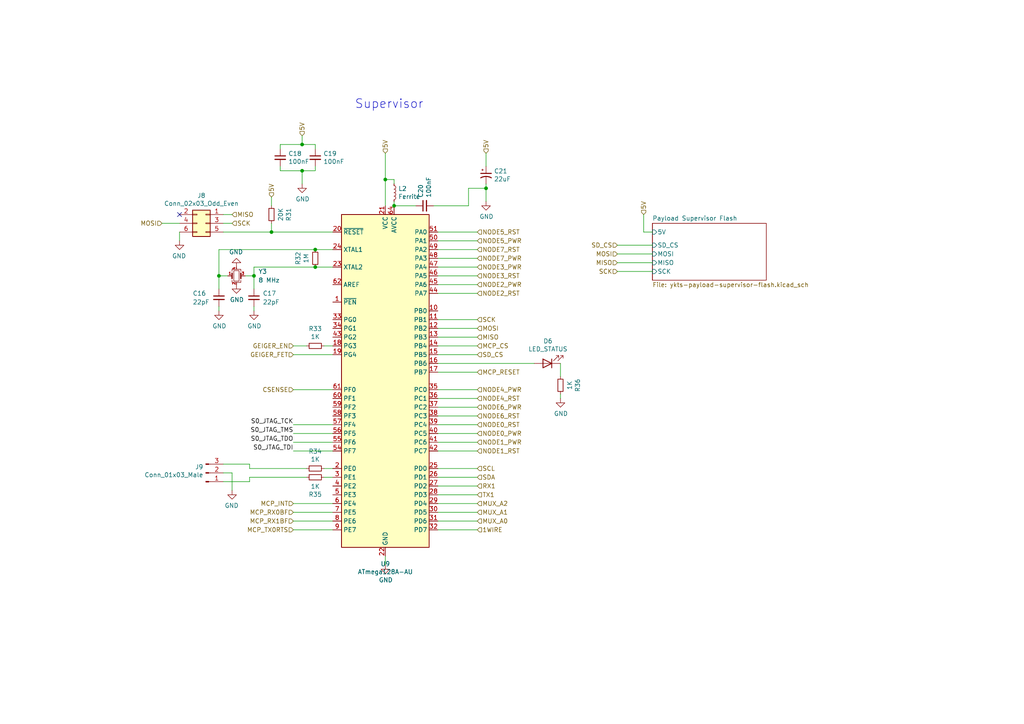
<source format=kicad_sch>
(kicad_sch (version 20211123) (generator eeschema)
  (paper "A4")
  (title_block (title "YktSat Payload Module") (date "2021-11-23") (rev "D0") (company "Sakha Aerospace Systems, LLC"))
  (lib_symbols
    (symbol "Connector:Conn_01x03_Male" (pin_names (offset 1.016) hide)
      (property "Reference" "J" (at 0 5.08 0))
      (property "Value" "Conn_01x03_Male" (at 0 -5.08 0))
      (symbol "Conn_01x03_Male_1_1"
        (polyline (pts (xy 1.27 -2.54) (xy 0.8636 -2.54)) (stroke (width 0.1524)))
        (polyline (pts (xy 1.27 0) (xy 0.8636 0)) (stroke (width 0.1524)))
        (polyline (pts (xy 1.27 2.54) (xy 0.8636 2.54)) (stroke (width 0.1524)))
        (rectangle (start 0.8636 -2.413) (end 0 -2.667) (stroke (width 0.1524)) (fill (type outline)))
        (rectangle (start 0.8636 0.127) (end 0 -0.127) (stroke (width 0.1524)) (fill (type outline)))
        (rectangle (start 0.8636 2.667) (end 0 2.413) (stroke (width 0.1524)) (fill (type outline)))
        (pin passive line (at 5.08 2.54 180) (length 3.81) (name "Pin_1") (number "1"))
        (pin passive line (at 5.08 0 180) (length 3.81) (name "Pin_2") (number "2"))
        (pin passive line (at 5.08 -2.54 180) (length 3.81) (name "Pin_3") (number "3"))
      )
    )
    (symbol "Connector_Generic:Conn_02x03_Odd_Even" (pin_names (offset 1.016) hide)
      (property "Reference" "J" (at 1.27 5.08 0))
      (property "Value" "Conn_02x03_Odd_Even" (at 1.27 -5.08 0))
      (symbol "Conn_02x03_Odd_Even_1_1"
        (rectangle (start -1.27 -2.413) (end 0 -2.667) (stroke (width 0.1524)))
        (rectangle (start -1.27 0.127) (end 0 -0.127) (stroke (width 0.1524)))
        (rectangle (start -1.27 2.667) (end 0 2.413) (stroke (width 0.1524)))
        (rectangle (start -1.27 3.81) (end 3.81 -3.81) (stroke (width 0.254)) (fill (type background)))
        (rectangle (start 3.81 -2.413) (end 2.54 -2.667) (stroke (width 0.1524)))
        (rectangle (start 3.81 0.127) (end 2.54 -0.127) (stroke (width 0.1524)))
        (rectangle (start 3.81 2.667) (end 2.54 2.413) (stroke (width 0.1524)))
        (pin passive line (at -5.08 2.54 0) (length 3.81) (name "Pin_1") (number "1"))
        (pin passive line (at 7.62 2.54 180) (length 3.81) (name "Pin_2") (number "2"))
        (pin passive line (at -5.08 0 0) (length 3.81) (name "Pin_3") (number "3"))
        (pin passive line (at 7.62 0 180) (length 3.81) (name "Pin_4") (number "4"))
        (pin passive line (at -5.08 -2.54 0) (length 3.81) (name "Pin_5") (number "5"))
        (pin passive line (at 7.62 -2.54 180) (length 3.81) (name "Pin_6") (number "6"))
      )
    )
    (symbol "Device:CP1_Small" (pin_numbers hide) (pin_names (offset 0.254) hide)
      (property "Reference" "C" (at 0.254 1.778 0))
      (property "Value" "CP1_Small" (at 0.254 -2.032 0))
      (symbol "CP1_Small_0_1"
        (polyline (pts (xy -1.524 0.508) (xy 1.524 0.508)) (stroke (width 0.3048)))
        (polyline (pts (xy -1.27 1.524) (xy -0.762 1.524)))
        (polyline (pts (xy -1.016 1.27) (xy -1.016 1.778)))
        (arc (start 1.524 -0.762) (mid 0 -0.3734) (end -1.524 -0.762) (stroke (width 0.3048)))
      )
      (symbol "CP1_Small_1_1"
        (pin passive line (at 0 2.54 270) (length 2.032) (name "~") (number "1"))
        (pin passive line (at 0 -2.54 90) (length 2.032) (name "~") (number "2"))
      )
    )
    (symbol "Device:C_Small" (pin_numbers hide) (pin_names (offset 0.254) hide)
      (property "Reference" "C" (at 0.254 1.778 0))
      (property "Value" "C_Small" (at 0.254 -2.032 0))
      (symbol "C_Small_0_1"
        (polyline (pts (xy -1.524 -0.508) (xy 1.524 -0.508)) (stroke (width 0.3302)))
        (polyline (pts (xy -1.524 0.508) (xy 1.524 0.508)) (stroke (width 0.3048)))
      )
      (symbol "C_Small_1_1"
        (pin passive line (at 0 2.54 270) (length 2.032) (name "~") (number "1"))
        (pin passive line (at 0 -2.54 90) (length 2.032) (name "~") (number "2"))
      )
    )
    (symbol "Device:Crystal_GND24_Small" (pin_names (offset 1.016) hide)
      (property "Reference" "Y" (at 1.27 4.445 0))
      (property "Value" "Crystal_GND24_Small" (at 1.27 2.54 0))
      (symbol "Crystal_GND24_Small_0_1"
        (rectangle (start -0.762 -1.524) (end 0.762 1.524))
        (polyline (pts (xy -1.27 -0.762) (xy -1.27 0.762)) (stroke (width 0.381)))
        (polyline (pts (xy 1.27 -0.762) (xy 1.27 0.762)) (stroke (width 0.381)))
        (polyline (pts (xy -1.27 -1.27) (xy -1.27 -1.905) (xy 1.27 -1.905) (xy 1.27 -1.27)))
        (polyline (pts (xy -1.27 1.27) (xy -1.27 1.905) (xy 1.27 1.905) (xy 1.27 1.27)))
      )
      (symbol "Crystal_GND24_Small_1_1"
        (pin passive line (at -2.54 0 0) (length 1.27) (name "1") (number "1"))
        (pin passive line (at 0 -2.54 90) (length 0.635) (name "2") (number "2"))
        (pin passive line (at 2.54 0 180) (length 1.27) (name "3") (number "3"))
        (pin passive line (at 0 2.54 270) (length 0.635) (name "4") (number "4"))
      )
    )
    (symbol "Device:LED" (pin_numbers hide) (pin_names (offset 1.016) hide)
      (property "Reference" "D" (at 0 2.54 0))
      (property "Value" "LED" (at 0 -2.54 0))
      (symbol "LED_0_1"
        (polyline (pts (xy -1.27 -1.27) (xy -1.27 1.27)) (stroke (width 0.254)))
        (polyline (pts (xy -1.27 0) (xy 1.27 0)))
        (polyline (pts (xy 1.27 -1.27) (xy 1.27 1.27) (xy -1.27 0) (xy 1.27 -1.27)) (stroke (width 0.254)))
        (polyline (pts (xy -3.048 -0.762) (xy -4.572 -2.286) (xy -3.81 -2.286) (xy -4.572 -2.286) (xy -4.572 -1.524)))
        (polyline (pts (xy -1.778 -0.762) (xy -3.302 -2.286) (xy -2.54 -2.286) (xy -3.302 -2.286) (xy -3.302 -1.524)))
      )
      (symbol "LED_1_1"
        (pin passive line (at -3.81 0 0) (length 2.54) (name "K") (number "1"))
        (pin passive line (at 3.81 0 180) (length 2.54) (name "A") (number "2"))
      )
    )
    (symbol "Device:L_Small" (pin_numbers hide) (pin_names (offset 0.254) hide)
      (property "Reference" "L" (at 0.762 1.016 0))
      (property "Value" "L_Small" (at 0.762 -1.016 0))
      (symbol "L_Small_0_1"
        (arc (start 0 -2.032) (mid 0.508 -1.524) (end 0 -1.016))
        (arc (start 0 -1.016) (mid 0.508 -0.508) (end 0 0))
        (arc (start 0 0) (mid 0.508 0.508) (end 0 1.016))
        (arc (start 0 1.016) (mid 0.508 1.524) (end 0 2.032))
      )
      (symbol "L_Small_1_1"
        (pin passive line (at 0 2.54 270) (length 0.508) (name "~") (number "1"))
        (pin passive line (at 0 -2.54 90) (length 0.508) (name "~") (number "2"))
      )
    )
    (symbol "Device:R_Small" (pin_numbers hide) (pin_names (offset 0.254) hide)
      (property "Reference" "R" (at 0.762 0.508 0))
      (property "Value" "R_Small" (at 0.762 -1.016 0))
      (symbol "R_Small_0_1"
        (rectangle (start -0.762 1.778) (end 0.762 -1.778) (stroke (width 0.2032)))
      )
      (symbol "R_Small_1_1"
        (pin passive line (at 0 2.54 270) (length 0.762) (name "~") (number "1"))
        (pin passive line (at 0 -2.54 90) (length 0.762) (name "~") (number "2"))
      )
    )
    (symbol "MCU_Microchip_ATmega:ATmega128A-AU"
      (property "Reference" "U" (at -12.7 49.53 0))
      (property "Value" "ATmega128A-AU" (at 2.54 -49.53 0))
      (symbol "ATmega128A-AU_0_1"
        (rectangle (start -12.7 -48.26) (end 12.7 48.26) (stroke (width 0.254)) (fill (type background)))
      )
      (symbol "ATmega128A-AU_1_1"
        (pin input line (at -15.24 22.86 0) (length 2.54) (name "~{PEN}") (number "1"))
        (pin bidirectional line (at 15.24 20.32 180) (length 2.54) (name "PB0") (number "10"))
        (pin bidirectional line (at 15.24 17.78 180) (length 2.54) (name "PB1") (number "11"))
        (pin bidirectional line (at 15.24 15.24 180) (length 2.54) (name "PB2") (number "12"))
        (pin bidirectional line (at 15.24 12.7 180) (length 2.54) (name "PB3") (number "13"))
        (pin bidirectional line (at 15.24 10.16 180) (length 2.54) (name "PB4") (number "14"))
        (pin bidirectional line (at 15.24 7.62 180) (length 2.54) (name "PB5") (number "15"))
        (pin bidirectional line (at 15.24 5.08 180) (length 2.54) (name "PB6") (number "16"))
        (pin bidirectional line (at 15.24 2.54 180) (length 2.54) (name "PB7") (number "17"))
        (pin bidirectional line (at -15.24 10.16 0) (length 2.54) (name "PG3") (number "18"))
        (pin bidirectional line (at -15.24 7.62 0) (length 2.54) (name "PG4") (number "19"))
        (pin bidirectional line (at -15.24 -25.4 0) (length 2.54) (name "PE0") (number "2"))
        (pin input line (at -15.24 43.18 0) (length 2.54) (name "~{RESET}") (number "20"))
        (pin power_in line (at 0 50.8 270) (length 2.54) (name "VCC") (number "21"))
        (pin power_in line (at 0 -50.8 90) (length 2.54) (name "GND") (number "22"))
        (pin output line (at -15.24 33.02 0) (length 2.54) (name "XTAL2") (number "23"))
        (pin input line (at -15.24 38.1 0) (length 2.54) (name "XTAL1") (number "24"))
        (pin bidirectional line (at 15.24 -25.4 180) (length 2.54) (name "PD0") (number "25"))
        (pin bidirectional line (at 15.24 -27.94 180) (length 2.54) (name "PD1") (number "26"))
        (pin bidirectional line (at 15.24 -30.48 180) (length 2.54) (name "PD2") (number "27"))
        (pin bidirectional line (at 15.24 -33.02 180) (length 2.54) (name "PD3") (number "28"))
        (pin bidirectional line (at 15.24 -35.56 180) (length 2.54) (name "PD4") (number "29"))
        (pin bidirectional line (at -15.24 -27.94 0) (length 2.54) (name "PE1") (number "3"))
        (pin bidirectional line (at 15.24 -38.1 180) (length 2.54) (name "PD5") (number "30"))
        (pin bidirectional line (at 15.24 -40.64 180) (length 2.54) (name "PD6") (number "31"))
        (pin bidirectional line (at 15.24 -43.18 180) (length 2.54) (name "PD7") (number "32"))
        (pin bidirectional line (at -15.24 17.78 0) (length 2.54) (name "PG0") (number "33"))
        (pin bidirectional line (at -15.24 15.24 0) (length 2.54) (name "PG1") (number "34"))
        (pin bidirectional line (at 15.24 -2.54 180) (length 2.54) (name "PC0") (number "35"))
        (pin bidirectional line (at 15.24 -5.08 180) (length 2.54) (name "PC1") (number "36"))
        (pin bidirectional line (at 15.24 -7.62 180) (length 2.54) (name "PC2") (number "37"))
        (pin bidirectional line (at 15.24 -10.16 180) (length 2.54) (name "PC3") (number "38"))
        (pin bidirectional line (at 15.24 -12.7 180) (length 2.54) (name "PC4") (number "39"))
        (pin bidirectional line (at -15.24 -30.48 0) (length 2.54) (name "PE2") (number "4"))
        (pin bidirectional line (at 15.24 -15.24 180) (length 2.54) (name "PC5") (number "40"))
        (pin bidirectional line (at 15.24 -17.78 180) (length 2.54) (name "PC6") (number "41"))
        (pin bidirectional line (at 15.24 -20.32 180) (length 2.54) (name "PC7") (number "42"))
        (pin bidirectional line (at -15.24 12.7 0) (length 2.54) (name "PG2") (number "43"))
        (pin bidirectional line (at 15.24 25.4 180) (length 2.54) (name "PA7") (number "44"))
        (pin bidirectional line (at 15.24 27.94 180) (length 2.54) (name "PA6") (number "45"))
        (pin bidirectional line (at 15.24 30.48 180) (length 2.54) (name "PA5") (number "46"))
        (pin bidirectional line (at 15.24 33.02 180) (length 2.54) (name "PA4") (number "47"))
        (pin bidirectional line (at 15.24 35.56 180) (length 2.54) (name "PA3") (number "48"))
        (pin bidirectional line (at 15.24 38.1 180) (length 2.54) (name "PA2") (number "49"))
        (pin bidirectional line (at -15.24 -33.02 0) (length 2.54) (name "PE3") (number "5"))
        (pin bidirectional line (at 15.24 40.64 180) (length 2.54) (name "PA1") (number "50"))
        (pin bidirectional line (at 15.24 43.18 180) (length 2.54) (name "PA0") (number "51"))
        (pin passive line (at 0 50.8 270) (length 2.54) hide (name "VCC") (number "52"))
        (pin passive line (at 0 -50.8 90) (length 2.54) hide (name "GND") (number "53"))
        (pin bidirectional line (at -15.24 -20.32 0) (length 2.54) (name "PF7") (number "54"))
        (pin bidirectional line (at -15.24 -17.78 0) (length 2.54) (name "PF6") (number "55"))
        (pin bidirectional line (at -15.24 -15.24 0) (length 2.54) (name "PF5") (number "56"))
        (pin bidirectional line (at -15.24 -12.7 0) (length 2.54) (name "PF4") (number "57"))
        (pin bidirectional line (at -15.24 -10.16 0) (length 2.54) (name "PF3") (number "58"))
        (pin bidirectional line (at -15.24 -7.62 0) (length 2.54) (name "PF2") (number "59"))
        (pin bidirectional line (at -15.24 -35.56 0) (length 2.54) (name "PE4") (number "6"))
        (pin bidirectional line (at -15.24 -5.08 0) (length 2.54) (name "PF1") (number "60"))
        (pin bidirectional line (at -15.24 -2.54 0) (length 2.54) (name "PF0") (number "61"))
        (pin passive line (at -15.24 27.94 0) (length 2.54) (name "AREF") (number "62"))
        (pin passive line (at 0 -50.8 90) (length 2.54) hide (name "GND") (number "63"))
        (pin power_in line (at 2.54 50.8 270) (length 2.54) (name "AVCC") (number "64"))
        (pin bidirectional line (at -15.24 -38.1 0) (length 2.54) (name "PE5") (number "7"))
        (pin bidirectional line (at -15.24 -40.64 0) (length 2.54) (name "PE6") (number "8"))
        (pin bidirectional line (at -15.24 -43.18 0) (length 2.54) (name "PE7") (number "9"))
      )
    )
    (symbol "power:GND" (power) (pin_names (offset 0))
      (property "Value" "GND" (at 0 -3.81 0))
      (symbol "GND_0_1"
        (polyline (pts (xy 0 0) (xy 0 -1.27) (xy 1.27 -1.27) (xy 0 -2.54) (xy -1.27 -1.27) (xy 0 -1.27)))
      )
      (symbol "GND_1_1"
        (pin power_in line (at 0 0 270) (length 0) hide (name "GND") (number "1"))
      )
    )
  )
  (junction (at 140.97 54.61))
  (junction (at 87.63 41.91))
  (junction (at 111.76 52.07))
  (junction (at 87.63 49.53))
  (junction (at 63.5 80.01))
  (junction (at 78.74 67.31))
  (junction (at 91.44 77.47))
  (junction (at 73.66 80.01))
  (junction (at 91.44 72.39))
  (junction (at 114.3 59.69))
  (no_connect (at 52.07 62.23))
  (wire (pts (xy 138.43 97.79) (xy 127 97.79)))
  (wire (pts (xy 67.31 62.23) (xy 64.77 62.23)))
  (wire (pts (xy 73.66 83.82) (xy 73.66 80.01)))
  (wire (pts (xy 127 153.67) (xy 138.43 153.67)))
  (wire (pts (xy 64.77 134.62) (xy 72.39 134.62)))
  (wire (pts (xy 162.56 105.41) (xy 162.56 109.22)))
  (wire (pts (xy 64.77 67.31) (xy 78.74 67.31)))
  (wire (pts (xy 127 138.43) (xy 138.43 138.43)))
  (wire (pts (xy 67.31 137.16) (xy 67.31 142.24)))
  (wire (pts (xy 127 120.65) (xy 138.43 120.65)))
  (wire (pts (xy 93.98 138.43) (xy 96.52 138.43)))
  (wire (pts (xy 127 148.59) (xy 138.43 148.59)))
  (wire (pts (xy 85.09 128.27) (xy 96.52 128.27)))
  (wire (pts (xy 127 100.33) (xy 138.43 100.33)))
  (wire (pts (xy 85.09 123.19) (xy 96.52 123.19)))
  (wire (pts (xy 111.76 44.45) (xy 111.76 52.07)))
  (wire (pts (xy 114.3 59.69) (xy 114.3 58.42)))
  (wire (pts (xy 91.44 41.91) (xy 87.63 41.91)))
  (wire (pts (xy 138.43 128.27) (xy 127 128.27)))
  (wire (pts (xy 73.66 80.01) (xy 71.12 80.01)))
  (wire (pts (xy 72.39 135.89) (xy 88.9 135.89)))
  (wire (pts (xy 138.43 113.03) (xy 127 113.03)))
  (wire (pts (xy 179.07 78.74) (xy 189.23 78.74)))
  (wire (pts (xy 81.28 49.53) (xy 87.63 49.53)))
  (wire (pts (xy 120.65 59.69) (xy 114.3 59.69)))
  (wire (pts (xy 135.89 54.61) (xy 140.97 54.61)))
  (wire (pts (xy 140.97 44.45) (xy 140.97 48.26)))
  (wire (pts (xy 127 105.41) (xy 154.94 105.41)))
  (wire (pts (xy 111.76 163.83) (xy 111.76 161.29)))
  (wire (pts (xy 138.43 107.95) (xy 127 107.95)))
  (wire (pts (xy 85.09 146.05) (xy 96.52 146.05)))
  (wire (pts (xy 85.09 130.81) (xy 96.52 130.81)))
  (wire (pts (xy 127 95.25) (xy 138.43 95.25)))
  (wire (pts (xy 127 80.01) (xy 138.43 80.01)))
  (wire (pts (xy 73.66 77.47) (xy 91.44 77.47)))
  (wire (pts (xy 64.77 139.7) (xy 72.39 139.7)))
  (wire (pts (xy 85.09 151.13) (xy 96.52 151.13)))
  (wire (pts (xy 87.63 39.37) (xy 87.63 41.91)))
  (wire (pts (xy 63.5 80.01) (xy 63.5 72.39)))
  (wire (pts (xy 114.3 53.34) (xy 114.3 52.07)))
  (wire (pts (xy 72.39 139.7) (xy 72.39 138.43)))
  (wire (pts (xy 72.39 135.89) (xy 72.39 134.62)))
  (wire (pts (xy 52.07 69.85) (xy 52.07 67.31)))
  (wire (pts (xy 127 143.51) (xy 138.43 143.51)))
  (wire (pts (xy 73.66 90.17) (xy 73.66 88.9)))
  (wire (pts (xy 125.73 59.69) (xy 135.89 59.69)))
  (wire (pts (xy 138.43 77.47) (xy 127 77.47)))
  (wire (pts (xy 138.43 118.11) (xy 127 118.11)))
  (wire (pts (xy 63.5 80.01) (xy 66.04 80.01)))
  (wire (pts (xy 46.99 64.77) (xy 52.07 64.77)))
  (wire (pts (xy 87.63 53.34) (xy 87.63 49.53)))
  (wire (pts (xy 111.76 52.07) (xy 111.76 59.69)))
  (wire (pts (xy 114.3 52.07) (xy 111.76 52.07)))
  (wire (pts (xy 140.97 54.61) (xy 140.97 58.42)))
  (wire (pts (xy 179.07 73.66) (xy 189.23 73.66)))
  (wire (pts (xy 64.77 137.16) (xy 67.31 137.16)))
  (wire (pts (xy 138.43 82.55) (xy 127 82.55)))
  (wire (pts (xy 91.44 77.47) (xy 96.52 77.47)))
  (wire (pts (xy 135.89 59.69) (xy 135.89 54.61)))
  (wire (pts (xy 138.43 72.39) (xy 127 72.39)))
  (wire (pts (xy 138.43 92.71) (xy 127 92.71)))
  (wire (pts (xy 138.43 67.31) (xy 127 67.31)))
  (wire (pts (xy 64.77 64.77) (xy 67.31 64.77)))
  (wire (pts (xy 186.69 62.23) (xy 186.69 67.31)))
  (wire (pts (xy 63.5 83.82) (xy 63.5 80.01)))
  (wire (pts (xy 127 130.81) (xy 138.43 130.81)))
  (wire (pts (xy 85.09 148.59) (xy 96.52 148.59)))
  (wire (pts (xy 78.74 67.31) (xy 96.52 67.31)))
  (wire (pts (xy 87.63 49.53) (xy 91.44 49.53)))
  (wire (pts (xy 63.5 90.17) (xy 63.5 88.9)))
  (wire (pts (xy 78.74 64.77) (xy 78.74 67.31)))
  (wire (pts (xy 127 125.73) (xy 138.43 125.73)))
  (wire (pts (xy 73.66 80.01) (xy 73.66 77.47)))
  (wire (pts (xy 127 74.93) (xy 138.43 74.93)))
  (wire (pts (xy 91.44 48.26) (xy 91.44 49.53)))
  (wire (pts (xy 140.97 54.61) (xy 140.97 53.34)))
  (wire (pts (xy 127 140.97) (xy 138.43 140.97)))
  (wire (pts (xy 127 85.09) (xy 138.43 85.09)))
  (wire (pts (xy 87.63 41.91) (xy 81.28 41.91)))
  (wire (pts (xy 127 115.57) (xy 138.43 115.57)))
  (wire (pts (xy 88.9 138.43) (xy 72.39 138.43)))
  (wire (pts (xy 186.69 67.31) (xy 189.23 67.31)))
  (wire (pts (xy 85.09 102.87) (xy 96.52 102.87)))
  (wire (pts (xy 78.74 57.15) (xy 78.74 59.69)))
  (wire (pts (xy 93.98 135.89) (xy 96.52 135.89)))
  (wire (pts (xy 81.28 43.18) (xy 81.28 41.91)))
  (wire (pts (xy 127 146.05) (xy 138.43 146.05)))
  (wire (pts (xy 85.09 113.03) (xy 96.52 113.03)))
  (wire (pts (xy 127 135.89) (xy 138.43 135.89)))
  (wire (pts (xy 85.09 125.73) (xy 96.52 125.73)))
  (wire (pts (xy 162.56 114.3) (xy 162.56 115.57)))
  (wire (pts (xy 91.44 72.39) (xy 96.52 72.39)))
  (wire (pts (xy 127 102.87) (xy 138.43 102.87)))
  (wire (pts (xy 85.09 100.33) (xy 88.9 100.33)))
  (wire (pts (xy 91.44 43.18) (xy 91.44 41.91)))
  (wire (pts (xy 127 151.13) (xy 138.43 151.13)))
  (wire (pts (xy 63.5 72.39) (xy 91.44 72.39)))
  (wire (pts (xy 85.09 153.67) (xy 96.52 153.67)))
  (wire (pts (xy 81.28 48.26) (xy 81.28 49.53)))
  (wire (pts (xy 179.07 71.12) (xy 189.23 71.12)))
  (wire (pts (xy 127 69.85) (xy 138.43 69.85)))
  (wire (pts (xy 179.07 76.2) (xy 189.23 76.2)))
  (wire (pts (xy 93.98 100.33) (xy 96.52 100.33)))
  (wire (pts (xy 138.43 123.19) (xy 127 123.19)))
  (text "Supervisor" (at 102.87 31.75 0) (effects (font (size 2.54 2.54)) (justify left bottom)))
  (label "S0_JTAG_TDO" (at 85.09 128.27 180))
  (label "S0_JTAG_TDI" (at 85.09 130.81 180))
  (label "S0_JTAG_TCK" (at 85.09 123.19 180))
  (label "S0_JTAG_TMS" (at 85.09 125.73 180))
  (hierarchical_label "SCK" (shape input) (at 138.43 92.71 0))
  (hierarchical_label "5V" (shape input) (at 111.76 44.45 90))
  (hierarchical_label "TX1" (shape input) (at 138.43 143.51 0))
  (hierarchical_label "MCP_RESET" (shape input) (at 138.43 107.95 0))
  (hierarchical_label "SCK" (shape input) (at 67.31 64.77 0))
  (hierarchical_label "NODE2_RST" (shape input) (at 138.43 85.09 0))
  (hierarchical_label "RX1" (shape input) (at 138.43 140.97 0))
  (hierarchical_label "MCP_TX0RTS" (shape input) (at 85.09 153.67 180))
  (hierarchical_label "NODE7_RST" (shape input) (at 138.43 72.39 0))
  (hierarchical_label "NODE6_PWR" (shape input) (at 138.43 118.11 0))
  (hierarchical_label "NODE0_RST" (shape input) (at 138.43 123.19 0))
  (hierarchical_label "NODE1_RST" (shape input) (at 138.43 130.81 0))
  (hierarchical_label "MISO" (shape input) (at 138.43 97.79 0))
  (hierarchical_label "CSENSE" (shape input) (at 85.09 113.03 180))
  (hierarchical_label "NODE4_RST" (shape input) (at 138.43 115.57 0))
  (hierarchical_label "NODE3_RST" (shape input) (at 138.43 80.01 0))
  (hierarchical_label "SCK" (shape input) (at 179.07 78.74 180))
  (hierarchical_label "NODE1_PWR" (shape input) (at 138.43 128.27 0))
  (hierarchical_label "MISO" (shape input) (at 179.07 76.2 180))
  (hierarchical_label "GEIGER_FET" (shape input) (at 85.09 102.87 180))
  (hierarchical_label "NODE7_PWR" (shape input) (at 138.43 74.93 0))
  (hierarchical_label "5V" (shape input) (at 186.69 62.23 90))
  (hierarchical_label "5V" (shape input) (at 87.63 39.37 90))
  (hierarchical_label "1WIRE" (shape input) (at 138.43 153.67 0))
  (hierarchical_label "5V" (shape input) (at 140.97 44.45 90))
  (hierarchical_label "NODE2_PWR" (shape input) (at 138.43 82.55 0))
  (hierarchical_label "MUX_A0" (shape input) (at 138.43 151.13 0))
  (hierarchical_label "MOSI" (shape input) (at 138.43 95.25 0))
  (hierarchical_label "SD_CS" (shape input) (at 179.07 71.12 180))
  (hierarchical_label "NODE5_RST" (shape input) (at 138.43 67.31 0))
  (hierarchical_label "MUX_A1" (shape input) (at 138.43 148.59 0))
  (hierarchical_label "MCP_RX0BF" (shape input) (at 85.09 148.59 180))
  (hierarchical_label "NODE4_PWR" (shape input) (at 138.43 113.03 0))
  (hierarchical_label "MUX_A2" (shape input) (at 138.43 146.05 0))
  (hierarchical_label "GEIGER_EN" (shape input) (at 85.09 100.33 180))
  (hierarchical_label "SDA" (shape input) (at 138.43 138.43 0))
  (hierarchical_label "5V" (shape input) (at 78.74 57.15 90))
  (hierarchical_label "SD_CS" (shape input) (at 138.43 102.87 0))
  (hierarchical_label "MCP_RX1BF" (shape input) (at 85.09 151.13 180))
  (hierarchical_label "MCP_CS" (shape input) (at 138.43 100.33 0))
  (hierarchical_label "MOSI" (shape input) (at 179.07 73.66 180))
  (hierarchical_label "MCP_INT" (shape input) (at 85.09 146.05 180))
  (hierarchical_label "NODE6_RST" (shape input) (at 138.43 120.65 0))
  (hierarchical_label "NODE3_PWR" (shape input) (at 138.43 77.47 0))
  (hierarchical_label "MISO" (shape input) (at 67.31 62.23 0))
  (hierarchical_label "NODE0_PWR" (shape input) (at 138.43 125.73 0))
  (hierarchical_label "NODE5_PWR" (shape input) (at 138.43 69.85 0))
  (hierarchical_label "SCL" (shape input) (at 138.43 135.89 0))
  (hierarchical_label "MOSI" (shape input) (at 46.99 64.77 180))
  (symbol (lib_id "power:GND") (at 111.76 163.83 0)
    (property "Reference" "#PWR096" (effects hide))
    (property "Value" "GND" (at 111.887 168.2242 0))
  )
  (symbol (lib_id "Device:C_Small") (at 63.5 86.36 0)
    (property "Reference" "C16" (at 55.88 85.09 0) (effects (justify left)))
    (property "Value" "22pF" (at 55.88 87.63 0) (effects (justify left)))
    (property "Footprint" "Capacitor_SMD:C_0402_1005Metric" (effects hide))
  )
  (symbol (lib_id "Device:C_Small") (at 73.66 86.36 0)
    (property "Reference" "C17" (at 76.2 85.09 0) (effects (justify left)))
    (property "Value" "22pF" (at 76.2 87.63 0) (effects (justify left)))
    (property "Footprint" "Capacitor_SMD:C_0402_1005Metric" (effects hide))
  )
  (symbol (lib_id "power:GND") (at 63.5 90.17 0)
    (property "Reference" "#PWR090" (effects hide))
    (property "Value" "GND" (at 63.627 94.5642 0))
  )
  (symbol (lib_id "power:GND") (at 73.66 90.17 0)
    (property "Reference" "#PWR094" (effects hide))
    (property "Value" "GND" (at 73.787 94.5642 0))
  )
  (symbol (lib_id "Device:C_Small") (at 81.28 45.72 0)
    (property "Reference" "C18" (at 83.6168 44.5516 0) (effects (justify left)))
    (property "Value" "100nF" (at 83.6168 46.863 0) (effects (justify left)))
    (property "Footprint" "Capacitor_SMD:C_0402_1005Metric" (effects hide))
  )
  (symbol (lib_id "Device:C_Small") (at 91.44 45.72 0)
    (property "Reference" "C19" (at 93.7768 44.5516 0) (effects (justify left)))
    (property "Value" "100nF" (at 93.7768 46.863 0) (effects (justify left)))
    (property "Footprint" "Capacitor_SMD:C_0402_1005Metric" (effects hide))
  )
  (symbol (lib_id "Device:C_Small") (at 123.19 59.69 90)
    (property "Reference" "C20" (at 122.0216 57.3532 0) (effects (justify left)))
    (property "Value" "100nF" (at 124.333 57.3532 0) (effects (justify left)))
    (property "Footprint" "Capacitor_SMD:C_0402_1005Metric" (effects hide))
  )
  (symbol (lib_id "Device:L_Small") (at 114.3 55.88 0)
    (property "Reference" "L2" (at 115.5192 54.7116 0) (effects (justify left)))
    (property "Value" "Ferrite" (at 115.5192 57.023 0) (effects (justify left)))
    (property "Footprint" "Inductor_SMD:L_1206_3216Metric" (effects hide))
  )
  (symbol (lib_id "power:GND") (at 87.63 53.34 0)
    (property "Reference" "#PWR095" (effects hide))
    (property "Value" "GND" (at 87.757 57.7342 0))
  )
  (symbol (lib_id "Device:CP1_Small") (at 140.97 50.8 0)
    (property "Reference" "C21" (at 143.2814 49.6316 0) (effects (justify left)))
    (property "Value" "22uF" (at 143.2814 51.943 0) (effects (justify left)))
    (property "Footprint" "Capacitor_Tantalum_SMD:CP_EIA-3216-10_Kemet-I" (effects hide))
  )
  (symbol (lib_id "power:GND") (at 140.97 58.42 0)
    (property "Reference" "#PWR097" (effects hide))
    (property "Value" "GND" (at 141.097 62.8142 0))
  )
  (symbol (lib_id "Device:Crystal_GND24_Small") (at 68.58 80.01 0)
    (property "Reference" "Y3" (at 74.93 78.74 0) (effects (justify left)))
    (property "Value" "8 MHz" (at 74.93 81.28 0) (effects (justify left)))
    (property "Footprint" "Crystal:Crystal_SMD_3225-4Pin_3.2x2.5mm" (effects hide))
    (property "Part" "7B-8.000MAAJ-T -  CRYSTAL, 8MHZ, 18PF, 5 X 3.2MM" (effects hide))
  )
  (symbol (lib_id "power:GND") (at 68.58 77.47 180)
    (property "Reference" "#PWR092" (effects hide))
    (property "Value" "GND" (at 68.453 73.0758 0))
  )
  (symbol (lib_id "power:GND") (at 68.58 82.55 0)
    (property "Reference" "#PWR093" (effects hide))
    (property "Value" "GND" (at 68.707 86.9442 0))
  )
  (symbol (lib_id "Device:R_Small") (at 78.74 62.23 180)
    (property "Reference" "R31" (at 83.7184 62.23 90))
    (property "Value" "20K" (at 81.407 62.23 90))
    (property "Footprint" "Resistor_SMD:R_0402_1005Metric" (effects hide))
  )
  (symbol (lib_id "Device:R_Small") (at 91.44 135.89 90) (mirror x)
    (property "Reference" "R34" (at 91.44 130.9116 90))
    (property "Value" "1K" (at 91.44 133.223 90))
    (property "Footprint" "Resistor_SMD:R_0402_1005Metric" (effects hide))
  )
  (symbol (lib_id "Device:R_Small") (at 91.44 138.43 270) (mirror x)
    (property "Reference" "R35" (at 91.44 143.4084 90))
    (property "Value" "1K" (at 91.44 141.097 90))
    (property "Footprint" "Resistor_SMD:R_0402_1005Metric" (effects hide))
  )
  (symbol (lib_id "Device:R_Small") (at 91.44 100.33 270)
    (property "Reference" "R33" (at 91.44 95.3516 90))
    (property "Value" "1K" (at 91.44 97.663 90))
    (property "Footprint" "Resistor_SMD:R_0402_1005Metric" (effects hide))
  )
  (symbol (lib_id "MCU_Microchip_ATmega:ATmega128A-AU") (at 111.76 110.49 0)
    (property "Reference" "U9" (at 111.76 163.5506 0))
    (property "Value" "ATmega128A-AU" (at 111.76 165.862 0))
    (property "Footprint" "Package_QFP:TQFP-64_14x14mm_P0.8mm" (effects hide))
    (property "Datasheet" "http://ww1.microchip.com/downloads/en/DeviceDoc/Atmel-8151-8-bit-AVR-ATmega128A_Datasheet.pdf" (effects hide))
  )
  (symbol (lib_id "Device:R_Small") (at 91.44 74.93 0)
    (property "Reference" "R32" (at 86.4616 74.93 90))
    (property "Value" "1M" (at 88.773 74.93 90))
    (property "Footprint" "Resistor_SMD:R_0402_1005Metric" (effects hide))
  )
  (symbol (lib_id "Connector_Generic:Conn_02x03_Odd_Even") (at 59.69 64.77 0) (mirror y)
    (property "Reference" "J8" (at 58.42 56.7182 0))
    (property "Value" "Conn_02x03_Odd_Even" (at 58.42 59.0296 0))
    (property "Footprint" "Connector_PinHeader_1.27mm:PinHeader_2x03_P1.27mm_Vertical_SMD" (effects hide))
  )
  (symbol (lib_id "power:GND") (at 52.07 69.85 0) (mirror y)
    (property "Reference" "#PWR089" (effects hide))
    (property "Value" "GND" (at 51.943 74.2442 0))
  )
  (symbol (lib_id "Connector:Conn_01x03_Male") (at 59.69 137.16 0) (mirror x)
    (property "Reference" "J9" (at 58.9788 135.4328 0) (effects (justify right)))
    (property "Value" "Conn_01x03_Male" (at 58.9788 137.7442 0) (effects (justify right)))
    (property "Footprint" "Connector_PinHeader_2.54mm:PinHeader_1x03_P2.54mm_Vertical" (effects hide))
  )
  (symbol (lib_id "power:GND") (at 67.31 142.24 0) (mirror y)
    (property "Reference" "#PWR091" (effects hide))
    (property "Value" "GND" (at 67.183 146.6342 0))
  )
  (symbol (lib_id "Device:LED") (at 158.75 105.41 180)
    (property "Reference" "D6" (at 158.9278 98.933 0))
    (property "Value" "LED_STATUS" (at 158.9278 101.2444 0))
    (property "Footprint" "LED_SMD:LED_0402_1005Metric" (effects hide))
  )
  (symbol (lib_id "power:GND") (at 162.56 115.57 0)
    (property "Reference" "#PWR098" (effects hide))
    (property "Value" "GND" (at 162.687 119.9642 0))
  )
  (symbol (lib_id "Device:R_Small") (at 162.56 111.76 180)
    (property "Reference" "R36" (at 167.5384 111.76 90))
    (property "Value" "1K" (at 165.227 111.76 90))
    (property "Footprint" "Resistor_SMD:R_0402_1005Metric" (effects hide))
  )
  (sheet (at 189.23 64.77) (size 33.02 16.51) (stroke (width 0.1524))
    (property "Имя листа" "Payload Supervisor Flash" (at 189.23 64.0584 0) (effects (justify left bottom)))
    (property "Файл листа" "ykts-payload-supervisor-flash.kicad_sch" (at 189.23 81.8646 0) (effects (justify left top)))
    (pin "5V" input (at 189.23 67.31 180))
    (pin "SD_CS" input (at 189.23 71.12 180))
    (pin "MOSI" input (at 189.23 73.66 180))
    (pin "MISO" input (at 189.23 76.2 180))
    (pin "SCK" input (at 189.23 78.74 180))
  )
)
</source>
